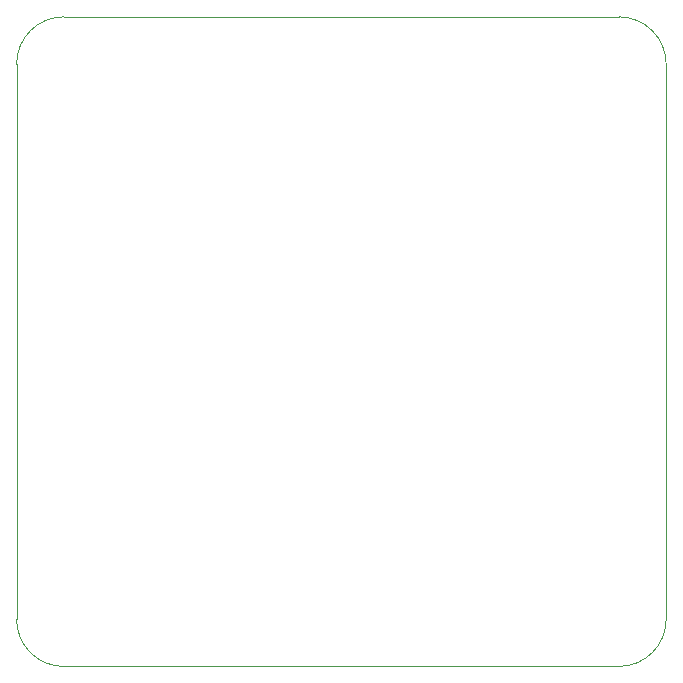
<source format=gbr>
G04 #@! TF.GenerationSoftware,KiCad,Pcbnew,(5.1.7)-1*
G04 #@! TF.CreationDate,2020-11-08T23:09:12+01:00*
G04 #@! TF.ProjectId,Red Power LED Board 50x50,52656420-506f-4776-9572-204c45442042,rev?*
G04 #@! TF.SameCoordinates,Original*
G04 #@! TF.FileFunction,Profile,NP*
%FSLAX46Y46*%
G04 Gerber Fmt 4.6, Leading zero omitted, Abs format (unit mm)*
G04 Created by KiCad (PCBNEW (5.1.7)-1) date 2020-11-08 23:09:12*
%MOMM*%
%LPD*%
G01*
G04 APERTURE LIST*
G04 #@! TA.AperFunction,Profile*
%ADD10C,0.050000*%
G04 #@! TD*
G04 APERTURE END LIST*
D10*
X151000000Y-95000000D02*
X146000000Y-95000000D01*
X100000000Y-44000000D02*
X100000000Y-49000000D01*
X146000000Y-40000000D02*
X151000000Y-40000000D01*
X155000000Y-44000000D02*
X155000000Y-49000000D01*
X155000000Y-91000000D02*
G75*
G02*
X151000000Y-95000000I-4000000J0D01*
G01*
X104000000Y-95000000D02*
G75*
G02*
X100000000Y-91000000I0J4000000D01*
G01*
X100000000Y-44000000D02*
G75*
G02*
X104000000Y-40000000I4000000J0D01*
G01*
X151000000Y-40000000D02*
G75*
G02*
X155000000Y-44000000I0J-4000000D01*
G01*
X100000000Y-91000000D02*
X100000000Y-49000000D01*
X146000000Y-95000000D02*
X104000000Y-95000000D01*
X155000000Y-49000000D02*
X155000000Y-91000000D01*
X104000000Y-40000000D02*
X146000000Y-40000000D01*
M02*

</source>
